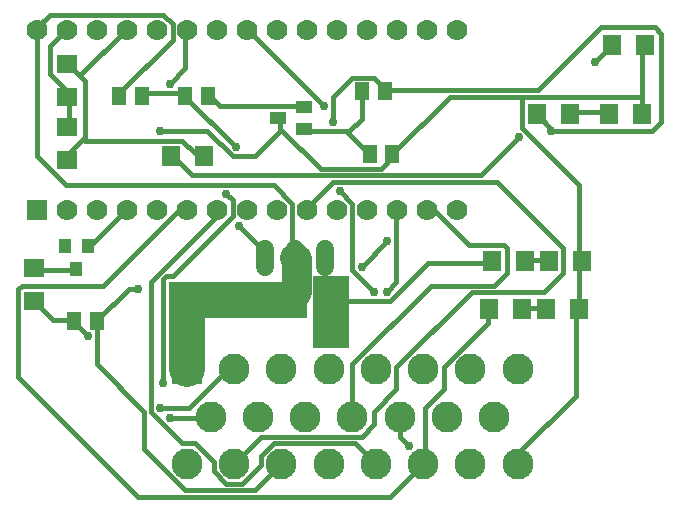
<source format=gbr>
G04 EAGLE Gerber X2 export*
%TF.Part,Single*%
%TF.FileFunction,Copper,L1,Top,Mixed*%
%TF.FilePolarity,Positive*%
%TF.GenerationSoftware,Autodesk,EAGLE,9.1.3*%
%TF.CreationDate,2020-03-05T04:38:37Z*%
G75*
%MOMM*%
%FSLAX34Y34*%
%LPD*%
%AMOC8*
5,1,8,0,0,1.08239X$1,22.5*%
G01*
%ADD10R,1.778000X1.778000*%
%ADD11C,1.778000*%
%ADD12R,1.300000X1.600000*%
%ADD13C,1.524000*%
%ADD14R,1.400000X1.000000*%
%ADD15R,1.800000X1.600000*%
%ADD16R,1.600000X1.803000*%
%ADD17R,1.803000X1.600000*%
%ADD18R,1.000000X1.200000*%
%ADD19R,2.625000X2.625000*%
%ADD20C,2.625000*%
%ADD21R,1.300000X1.500000*%
%ADD22C,0.381000*%
%ADD23C,0.756400*%
%ADD24R,3.048000X3.048000*%
%ADD25C,3.048000*%
%ADD26C,2.540000*%


D10*
X0Y101600D03*
D11*
X25400Y101600D03*
X50800Y101600D03*
X76200Y101600D03*
X101600Y101600D03*
X127000Y101600D03*
X152400Y101600D03*
X177800Y101600D03*
X203200Y101600D03*
X228600Y101600D03*
X254000Y101600D03*
X279400Y101600D03*
X304800Y101600D03*
X330200Y101600D03*
X355600Y101600D03*
X0Y254000D03*
X25400Y254000D03*
X50800Y254000D03*
X76200Y254000D03*
X101600Y254000D03*
X127000Y254000D03*
X152400Y254000D03*
X177800Y254000D03*
X203200Y254000D03*
X228600Y254000D03*
X254000Y254000D03*
X279400Y254000D03*
X304800Y254000D03*
X330200Y254000D03*
X355600Y254000D03*
D12*
X144120Y198120D03*
X125120Y198120D03*
X69240Y198120D03*
X88240Y198120D03*
X293980Y201930D03*
X274980Y201930D03*
X300330Y148590D03*
X281330Y148590D03*
D13*
X193040Y68580D02*
X193040Y53340D01*
X218440Y53340D02*
X218440Y68580D01*
X243840Y68580D02*
X243840Y53340D01*
D14*
X203630Y179070D03*
X225630Y188570D03*
X225630Y169570D03*
D15*
X25400Y224820D03*
X25400Y196820D03*
X25400Y143480D03*
X25400Y171480D03*
D16*
X430280Y17780D03*
X458720Y17780D03*
X483620Y182880D03*
X512060Y182880D03*
X422660Y182880D03*
X451100Y182880D03*
X382020Y17780D03*
X410460Y17780D03*
X432820Y58420D03*
X461260Y58420D03*
X384560Y58420D03*
X413000Y58420D03*
X486160Y241300D03*
X514600Y241300D03*
X141220Y147320D03*
X112780Y147320D03*
D17*
X-2540Y23880D03*
X-2540Y52320D03*
D18*
X33020Y50960D03*
X43020Y70960D03*
X23020Y70960D03*
D19*
X126700Y-33660D03*
D20*
X166700Y-33660D03*
X206700Y-33660D03*
X246700Y-33660D03*
X286700Y-33660D03*
X326700Y-33660D03*
X366700Y-33660D03*
X406700Y-33660D03*
X146700Y-73660D03*
X186700Y-73660D03*
X226700Y-73660D03*
X266700Y-73660D03*
X306700Y-73660D03*
X346700Y-73660D03*
X386700Y-73660D03*
X126700Y-113660D03*
X166700Y-113660D03*
X206700Y-113660D03*
X246700Y-113660D03*
X286700Y-113660D03*
X326700Y-113660D03*
X366700Y-113660D03*
X406700Y-113660D03*
D21*
X31140Y7620D03*
X50140Y7620D03*
D22*
X381381Y5334D02*
X381381Y16002D01*
X381381Y5334D02*
X344043Y-32004D01*
X344043Y-50673D01*
X328041Y-66675D01*
X328041Y-112014D01*
X381381Y16002D02*
X382020Y17780D01*
X328041Y-112014D02*
X326700Y-113660D01*
X125349Y101346D02*
X120015Y101346D01*
X56007Y37338D01*
X-13335Y37338D01*
X-16002Y34671D01*
X-16002Y-40005D01*
X85344Y-141351D01*
X298704Y-141351D01*
X325374Y-114681D01*
X127000Y101600D02*
X125349Y101346D01*
X325374Y-114681D02*
X326700Y-113660D01*
X152019Y96012D02*
X152019Y101346D01*
X152019Y96012D02*
X96012Y40005D01*
X96012Y-69342D01*
X122682Y-96012D01*
X133350Y-96012D01*
X149352Y-112014D01*
X149352Y-120015D01*
X160020Y-130683D01*
X173355Y-130683D01*
X189357Y-114681D01*
X189357Y-106680D01*
X200025Y-96012D01*
X269367Y-96012D01*
X285369Y-112014D01*
X152019Y101346D02*
X152400Y101600D01*
X285369Y-112014D02*
X286700Y-113660D01*
X50673Y-29337D02*
X50673Y5334D01*
X50673Y-29337D02*
X90678Y-69342D01*
X90678Y-101346D01*
X125349Y-136017D01*
X184023Y-136017D01*
X205359Y-114681D01*
X50673Y5334D02*
X50140Y7620D01*
X205359Y-114681D02*
X206700Y-113660D01*
X85344Y34671D02*
X77343Y34671D01*
X50673Y8001D01*
X50140Y7620D01*
D23*
X85344Y34671D03*
D22*
X229362Y104013D02*
X250698Y125349D01*
X389382Y125349D01*
X445389Y69342D01*
X445389Y48006D01*
X429387Y32004D01*
X368046Y32004D01*
X304038Y-32004D01*
X304038Y-50673D01*
X285369Y-69342D01*
X285369Y-80010D01*
X274701Y-90678D01*
X189357Y-90678D01*
X168021Y-112014D01*
X228600Y101600D02*
X229362Y104013D01*
X168021Y-112014D02*
X166700Y-113660D01*
X296037Y202692D02*
X424053Y202692D01*
X477393Y256032D01*
X522732Y256032D01*
X528066Y250698D01*
X528066Y176022D01*
X520065Y168021D01*
X437388Y168021D01*
X436055Y169355D02*
X424053Y181356D01*
X436055Y169355D02*
X437388Y168021D01*
X296037Y202692D02*
X293980Y201930D01*
X422660Y182880D02*
X424053Y181356D01*
X250698Y176022D02*
X250698Y197358D01*
X266700Y213360D01*
X285369Y213360D01*
X296037Y202692D01*
X293980Y201930D01*
X434721Y168021D02*
X436055Y169355D01*
D23*
X250698Y176022D03*
X434721Y168021D03*
D22*
X304038Y101346D02*
X304038Y40005D01*
X296037Y32004D01*
X304038Y101346D02*
X304800Y101600D01*
D23*
X296037Y32004D03*
D22*
X330708Y101346D02*
X336042Y101346D01*
X365379Y72009D01*
X394716Y72009D01*
X397383Y69342D01*
X397383Y48006D01*
X386715Y37338D01*
X333375Y37338D01*
X266700Y-29337D01*
X266700Y-72009D01*
X330708Y101346D02*
X330200Y101600D01*
X266700Y-72009D02*
X266700Y-73660D01*
X165354Y109347D02*
X160020Y114681D01*
X165354Y109347D02*
X165354Y96012D01*
X114681Y45339D01*
X109347Y45339D01*
X106680Y42672D01*
X106680Y-45339D01*
D23*
X160020Y114681D03*
X106680Y-45339D03*
D22*
X125349Y221361D02*
X125349Y253365D01*
X125349Y221361D02*
X112014Y208026D01*
X112014Y-74676D02*
X146685Y-74676D01*
X125349Y253365D02*
X127000Y254000D01*
X146700Y-73660D02*
X146685Y-74676D01*
D23*
X112014Y208026D03*
X112014Y-74676D03*
D22*
X242697Y189357D02*
X178689Y253365D01*
X177800Y254000D01*
D23*
X242697Y189357D03*
D22*
X256032Y117348D02*
X266700Y106680D01*
X266700Y50673D01*
X285369Y32004D01*
D23*
X256032Y117348D03*
X285369Y32004D03*
D22*
X274701Y53340D02*
X296037Y74676D01*
D23*
X296037Y74676D03*
X274701Y53340D03*
D22*
X458724Y56007D02*
X458724Y18669D01*
X458720Y17780D01*
X458724Y56007D02*
X461260Y58420D01*
X456057Y16002D02*
X456057Y-56007D01*
X408051Y-104013D01*
X408051Y-112014D01*
X456057Y16002D02*
X458720Y17780D01*
X408051Y-112014D02*
X406700Y-113660D01*
X306705Y-90678D02*
X306705Y-74676D01*
X306705Y-90678D02*
X314706Y-98679D01*
X306705Y-74676D02*
X306700Y-73660D01*
X74676Y101346D02*
X45339Y72009D01*
X43020Y70960D01*
X74676Y101346D02*
X76200Y101600D01*
X26670Y173355D02*
X26670Y194691D01*
X26670Y173355D02*
X25400Y171480D01*
X26670Y194691D02*
X25400Y196820D01*
X24003Y197358D02*
X24003Y202692D01*
X10668Y216027D01*
X10668Y240030D01*
X24003Y253365D01*
X24003Y197358D02*
X25400Y196820D01*
X24003Y253365D02*
X25400Y254000D01*
X512064Y240030D02*
X512064Y197358D01*
X512064Y184023D01*
X512060Y182880D01*
X512064Y240030D02*
X514600Y241300D01*
X205359Y178689D02*
X205359Y170688D01*
X206693Y169355D02*
X240030Y136017D01*
X206693Y169355D02*
X205359Y170688D01*
X240030Y136017D02*
X290703Y136017D01*
X301371Y146685D01*
X205359Y178689D02*
X203630Y179070D01*
X300330Y148590D02*
X301371Y146685D01*
X349377Y197358D02*
X410718Y197358D01*
X512064Y197358D01*
X349377Y197358D02*
X301371Y149352D01*
X300330Y148590D01*
X144018Y168021D02*
X104013Y168021D01*
X144018Y168021D02*
X165354Y146685D01*
X184023Y146685D01*
X205359Y168021D01*
X206693Y169355D01*
X458724Y122682D02*
X458724Y58674D01*
X458724Y122682D02*
X410718Y170688D01*
X410718Y197358D01*
X458724Y58674D02*
X461260Y58420D01*
D23*
X314706Y-98679D03*
X104013Y168021D03*
D22*
X29337Y8001D02*
X13335Y8001D01*
X0Y21336D01*
X29337Y8001D02*
X31140Y7620D01*
X0Y21336D02*
X-2540Y23880D01*
X32004Y5334D02*
X42672Y-5334D01*
X104013Y-66675D02*
X128016Y-66675D01*
X160020Y-34671D01*
X165354Y-34671D01*
X32004Y5334D02*
X31140Y7620D01*
X165354Y-34671D02*
X166700Y-33660D01*
D23*
X42672Y-5334D03*
X104013Y-66675D03*
D24*
X127000Y-5080D03*
X127000Y25400D03*
X157480Y25400D03*
X187960Y25400D03*
X213360Y25400D03*
D25*
X126700Y-5380D02*
X126700Y-33660D01*
X126700Y-5380D02*
X127000Y-5080D01*
X127000Y25400D01*
X157480Y25400D01*
X187960Y25400D01*
X213360Y25400D01*
D26*
X219456Y31496D02*
X219456Y59944D01*
X219456Y31496D02*
X213360Y25400D01*
D22*
X69342Y200025D02*
X114681Y245364D01*
X114681Y258699D01*
X106680Y266700D01*
X10668Y266700D01*
X0Y256032D01*
X69342Y200025D02*
X69240Y198120D01*
X0Y254000D02*
X0Y256032D01*
X0Y253365D02*
X0Y146685D01*
X24003Y122682D01*
X200025Y122682D01*
X216027Y106680D01*
X216027Y66405D01*
X0Y253365D02*
X0Y254000D01*
X216027Y66405D02*
X218440Y60960D01*
D26*
X219456Y59944D01*
D24*
X248920Y30480D03*
X248920Y0D03*
D22*
X330708Y56007D02*
X384048Y56007D01*
X330708Y56007D02*
X298704Y24003D01*
X256032Y24003D01*
X250698Y29337D01*
X384048Y56007D02*
X384560Y58420D01*
X250698Y29337D02*
X248920Y30480D01*
X122682Y200025D02*
X90678Y200025D01*
X88240Y198120D01*
X122682Y200025D02*
X125120Y198120D01*
X125349Y197358D02*
X168021Y154686D01*
X170688Y88011D02*
X186775Y71924D01*
X125349Y197358D02*
X125120Y198120D01*
X186775Y71924D02*
X193040Y60960D01*
D23*
X168021Y154686D03*
X170688Y88011D03*
D22*
X154686Y189357D02*
X224028Y189357D01*
X154686Y189357D02*
X146685Y197358D01*
X224028Y189357D02*
X225630Y188570D01*
X146685Y197358D02*
X144120Y198120D01*
X226695Y168021D02*
X261366Y168021D01*
X262700Y166688D02*
X280035Y149352D01*
X262700Y166688D02*
X261366Y168021D01*
X226695Y168021D02*
X225630Y169570D01*
X280035Y149352D02*
X281330Y148590D01*
X274701Y178689D02*
X274701Y200025D01*
X274701Y178689D02*
X264033Y168021D01*
X274701Y200025D02*
X274980Y201930D01*
X264033Y168021D02*
X262700Y166688D01*
X26670Y149352D02*
X26670Y144018D01*
X38672Y161354D02*
X40005Y162687D01*
X38672Y161354D02*
X26670Y149352D01*
X40005Y162687D02*
X40005Y210693D01*
X36005Y214694D02*
X26670Y224028D01*
X36005Y214694D02*
X40005Y210693D01*
X26670Y144018D02*
X25400Y143480D01*
X26670Y224028D02*
X25400Y224820D01*
X133350Y149352D02*
X138684Y149352D01*
X133350Y149352D02*
X122682Y160020D01*
X40005Y160020D01*
X138684Y149352D02*
X141220Y147320D01*
X40005Y160020D02*
X38672Y161354D01*
X37338Y216027D02*
X74676Y253365D01*
X76200Y254000D01*
X37338Y216027D02*
X36005Y214694D01*
X410718Y18669D02*
X429387Y18669D01*
X410718Y18669D02*
X410460Y17780D01*
X429387Y18669D02*
X430280Y17780D01*
X453390Y184023D02*
X482727Y184023D01*
X453390Y184023D02*
X451100Y182880D01*
X482727Y184023D02*
X483620Y182880D01*
X432054Y58674D02*
X413385Y58674D01*
X413000Y58420D01*
X432054Y58674D02*
X432820Y58420D01*
X130683Y130683D02*
X114681Y146685D01*
X130683Y130683D02*
X376047Y130683D01*
X408051Y162687D01*
X472059Y226695D02*
X485394Y240030D01*
X114681Y146685D02*
X112780Y147320D01*
X485394Y240030D02*
X486160Y241300D01*
D23*
X408051Y162687D03*
X472059Y226695D03*
D22*
X32004Y50673D02*
X0Y50673D01*
X32004Y50673D02*
X33020Y50960D01*
X0Y50673D02*
X-2540Y52320D01*
M02*

</source>
